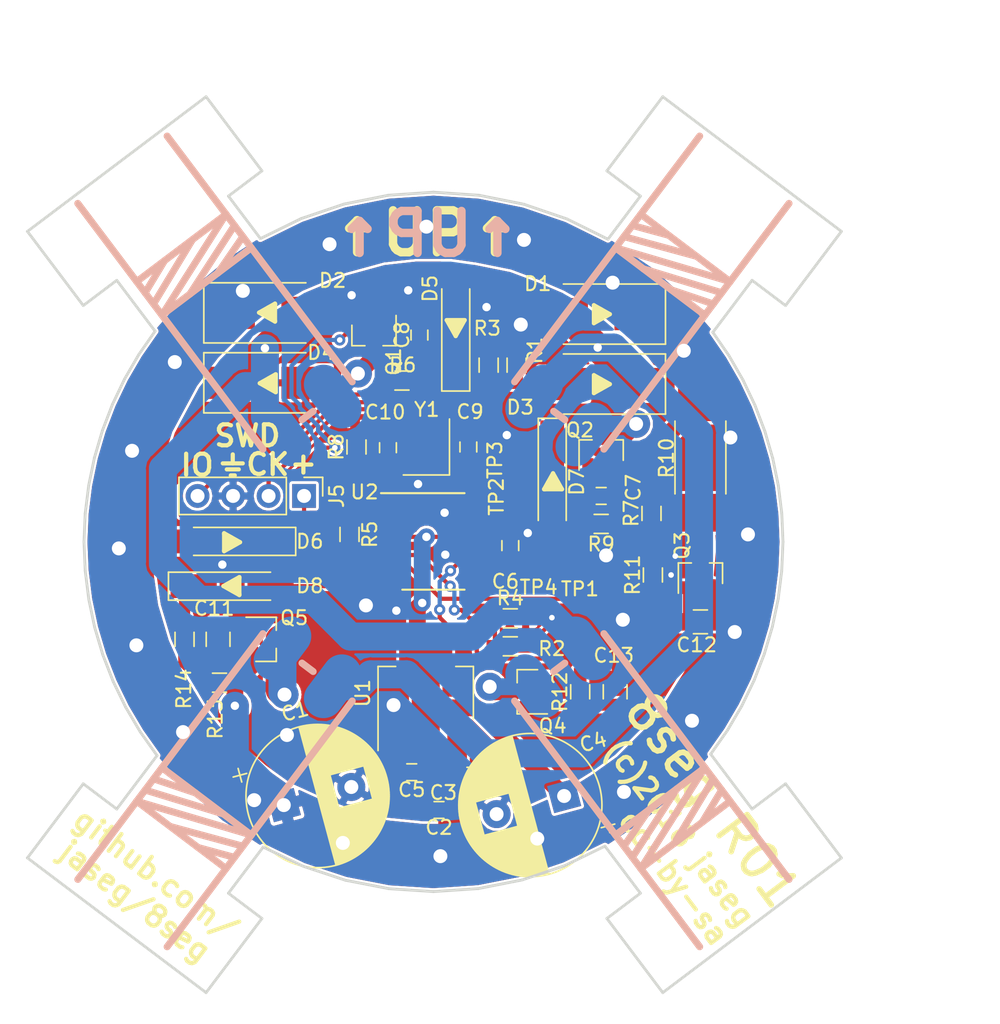
<source format=kicad_pcb>
(kicad_pcb (version 20171130) (host pcbnew "(5.0.1)")
  (layers (0 F.Cu signal) (31 B.Cu signal) (34 B.Paste user hide) (35 F.Paste user hide) (36 B.SilkS user hide) (37 F.SilkS user) (38 B.Mask user hide) (39 F.Mask user) (44 Edge.Cuts user))
  (net 0 "")
  (net 1 +12V)
  (net 2 GND)
  (net 3 +3V3)
  (net 4 "Net-(C7-Pad2)")
  (net 5 "Net-(C8-Pad1)")
  (net 6 "Net-(C9-Pad1)")
  (net 7 "Net-(C10-Pad1)")
  (net 8 "Net-(C11-Pad2)")
  (net 9 "Net-(C12-Pad1)")
  (net 10 "Net-(C13-Pad1)")
  (net 11 "Net-(D1-Pad2)")
  (net 12 "Net-(D2-Pad2)")
  (net 13 /Vmeas_A)
  (net 14 /Vmeas_B)
  (net 15 "Net-(D7-Pad1)")
  (net 16 /CH2)
  (net 17 /CH3)
  (net 18 "Net-(D8-Pad1)")
  (net 19 /Q2)
  (net 20 /Q0)
  (net 21 /Q3)
  (net 22 /Q1)
  (net 23 /SWCLK)
  (net 24 /SWDIO)
  (net 25 "Net-(R5-Pad1)")
  (net 26 /CH0)
  (net 27 "Net-(R8-Pad1)")
  (net 28 /LOAD)
  (net 29 /CH1)
  (net 30 "Net-(TP1-Pad1)")
  (net 31 "Net-(TP2-Pad1)")
  (net 32 "Net-(TP3-Pad1)")
  (net 33 "Net-(TP4-Pad1)")
  (net 34 "Net-(Q3-Pad3)")
  (module TO_SOT_Packages_SMD:SOT-23 (layer F.Cu) (at 119.1 102.3 90)
    (fp_text reference Q3 (at 2 -1.31 90) (layer F.SilkS))
    (fp_text value AO3400)
    (pad 1 smd rect (at -1 -0.95 90) (size 0.9 0.8) (layers F.Cu F.Paste F.Mask) (net 9 "Net-(C12-Pad1)"))
    (pad 2 smd rect (at -1 0.95 90) (size 0.9 0.8) (layers F.Cu F.Paste F.Mask) (net 2 GND))
    (pad 3 smd rect (at 1 0 90) (size 0.9 0.8) (layers F.Cu F.Paste F.Mask) (net 34 "Net-(Q3-Pad3)"))
  )
  (module Capacitors_SMD:C_0603_HandSoldering (layer F.Cu) (at 100.4 119.2 180)
    (fp_text reference C2 (at 0 -1.25 180) (layer F.SilkS))
    (fp_text value 10u)
    (pad 1 smd rect (at -0.95 0 180) (size 1.2 0.75) (layers F.Cu F.Paste F.Mask) (net 1 +12V))
    (pad 2 smd rect (at 0.95 0 180) (size 1.2 0.75) (layers F.Cu F.Paste F.Mask) (net 2 GND))
  )
  (module Capacitors_SMD:C_0603_HandSoldering (layer F.Cu) (at 102.75 116.75)
    (fp_text reference C3 (at -2.04 1.21) (layer F.SilkS))
    (fp_text value 100n)
    (pad 1 smd rect (at -0.95 0) (size 1.2 0.75) (layers F.Cu F.Paste F.Mask) (net 1 +12V))
    (pad 2 smd rect (at 0.95 0) (size 1.2 0.75) (layers F.Cu F.Paste F.Mask) (net 2 GND))
  )
  (module Capacitors_SMD:C_0603_HandSoldering (layer F.Cu) (at 98.45 116.5 180)
    (fp_text reference C5 (at 0 -1.25 180) (layer F.SilkS))
    (fp_text value 10u)
    (pad 2 smd rect (at 0.95 0 180) (size 1.2 0.75) (layers F.Cu F.Paste F.Mask) (net 2 GND))
    (pad 1 smd rect (at -0.95 0 180) (size 1.2 0.75) (layers F.Cu F.Paste F.Mask) (net 3 +3V3))
  )
  (module Capacitors_SMD:C_0603_HandSoldering (layer F.Cu) (at 105.5 100.3 270)
    (fp_text reference C6 (at 2.56 0.35) (layer F.SilkS))
    (fp_text value 100n)
    (pad 2 smd rect (at 0.95 0 270) (size 1.2 0.75) (layers F.Cu F.Paste F.Mask) (net 2 GND))
    (pad 1 smd rect (at -0.95 0 270) (size 1.2 0.75) (layers F.Cu F.Paste F.Mask) (net 3 +3V3))
  )
  (module Capacitors_SMD:C_0603_HandSoldering (layer F.Cu) (at 112 96.75 180)
    (fp_text reference C7 (at -2.3 0.6 270) (layer F.SilkS))
    (fp_text value 0)
    (pad 2 smd rect (at 0.95 0 180) (size 1.2 0.75) (layers F.Cu F.Paste F.Mask) (net 4 "Net-(C7-Pad2)"))
    (pad 1 smd rect (at -0.95 0 180) (size 1.2 0.75) (layers F.Cu F.Paste F.Mask) (net 1 +12V))
  )
  (module Capacitors_SMD:C_0603_HandSoldering (layer F.Cu) (at 99 85.25 90)
    (fp_text reference C8 (at 0 -1.25 90) (layer F.SilkS))
    (fp_text value 0)
    (pad 1 smd rect (at -0.95 0 90) (size 1.2 0.75) (layers F.Cu F.Paste F.Mask) (net 5 "Net-(C8-Pad1)"))
    (pad 2 smd rect (at 0.95 0 90) (size 1.2 0.75) (layers F.Cu F.Paste F.Mask) (net 2 GND))
  )
  (module Capacitors_SMD:C_0603_HandSoldering (layer F.Cu) (at 102.5 93.25 90)
    (fp_text reference C9 (at 2.52 0.12 180) (layer F.SilkS))
    (fp_text value 12p)
    (pad 2 smd rect (at 0.95 0 90) (size 1.2 0.75) (layers F.Cu F.Paste F.Mask) (net 2 GND))
    (pad 1 smd rect (at -0.95 0 90) (size 1.2 0.75) (layers F.Cu F.Paste F.Mask) (net 6 "Net-(C9-Pad1)"))
  )
  (module Capacitors_SMD:C_0603_HandSoldering (layer F.Cu) (at 96.75 93.3 90)
    (fp_text reference C10 (at 2.54 -0.2) (layer F.SilkS))
    (fp_text value 12p)
    (pad 1 smd rect (at -0.95 0 90) (size 1.2 0.75) (layers F.Cu F.Paste F.Mask) (net 7 "Net-(C10-Pad1)"))
    (pad 2 smd rect (at 0.95 0 90) (size 1.2 0.75) (layers F.Cu F.Paste F.Mask) (net 2 GND))
  )
  (module Capacitors_SMD:C_0805 (layer F.Cu) (at 84.6 107 90)
    (fp_text reference C11 (at 2.21 -0.28 180) (layer F.SilkS))
    (fp_text value 0)
    (pad 1 smd rect (at -1 0 90) (size 1 1.25) (layers F.Cu F.Paste F.Mask) (net 1 +12V))
    (pad 2 smd rect (at 1 0 90) (size 1 1.25) (layers F.Cu F.Paste F.Mask) (net 8 "Net-(C11-Pad2)"))
  )
  (module Capacitors_SMD:C_0805 (layer F.Cu) (at 119.1 105.75)
    (fp_text reference C12 (at -0.27 1.65) (layer F.SilkS))
    (fp_text value 0)
    (pad 1 smd rect (at -1 0) (size 1 1.25) (layers F.Cu F.Paste F.Mask) (net 9 "Net-(C12-Pad1)"))
    (pad 2 smd rect (at 1 0) (size 1 1.25) (layers F.Cu F.Paste F.Mask) (net 2 GND))
  )
  (module Capacitors_SMD:C_0805 (layer F.Cu) (at 113 110.75 90)
    (fp_text reference C13 (at 2.6 -0.1 180) (layer F.SilkS))
    (fp_text value 0)
    (pad 2 smd rect (at 1 0 90) (size 1 1.25) (layers F.Cu F.Paste F.Mask) (net 2 GND))
    (pad 1 smd rect (at -1 0 90) (size 1 1.25) (layers F.Cu F.Paste F.Mask) (net 10 "Net-(C13-Pad1)"))
  )
  (module Diodes_SMD:D_SMB_Handsoldering (layer F.Cu) (at 112 83.75 180)
    (fp_text reference D1 (at 4.54 2.17 180) (layer F.SilkS))
    (fp_text value SS510)
    (pad 1 smd rect (at -2.7 0 180) (size 3.5 2.3) (layers F.Cu F.Paste F.Mask) (net 1 +12V))
    (pad 2 smd rect (at 2.7 0 180) (size 3.5 2.3) (layers F.Cu F.Paste F.Mask) (net 11 "Net-(D1-Pad2)"))
  )
  (module Diodes_SMD:D_SMB_Handsoldering (layer F.Cu) (at 88.178544 83.66248)
    (fp_text reference D2 (at 4.611456 -2.31248) (layer F.SilkS))
    (fp_text value SS510)
    (pad 1 smd rect (at -2.7 0) (size 3.5 2.3) (layers F.Cu F.Paste F.Mask) (net 1 +12V))
    (pad 2 smd rect (at 2.7 0) (size 3.5 2.3) (layers F.Cu F.Paste F.Mask) (net 12 "Net-(D2-Pad2)"))
  )
  (module Diodes_SMD:D_SMB_Handsoldering (layer F.Cu) (at 112 88.75 180)
    (fp_text reference D3 (at 5.79 -1.66 180) (layer F.SilkS))
    (fp_text value SS510)
    (pad 2 smd rect (at 2.7 0 180) (size 3.5 2.3) (layers F.Cu F.Paste F.Mask) (net 2 GND))
    (pad 1 smd rect (at -2.7 0 180) (size 3.5 2.3) (layers F.Cu F.Paste F.Mask) (net 11 "Net-(D1-Pad2)"))
  )
  (module Diodes_SMD:D_SMB_Handsoldering (layer F.Cu) (at 88.178544 88.66248)
    (fp_text reference D4 (at 3.771456 -2.16248) (layer F.SilkS))
    (fp_text value SS510)
    (pad 2 smd rect (at 2.7 0) (size 3.5 2.3) (layers F.Cu F.Paste F.Mask) (net 2 GND))
    (pad 1 smd rect (at -2.7 0) (size 3.5 2.3) (layers F.Cu F.Paste F.Mask) (net 12 "Net-(D2-Pad2)"))
  )
  (module footprints:led_tape_3528_2835 (layer B.Cu) (at 109 91 323)
    (fp_text reference J1 hide)
    (fp_text value "top left" hide)
    (pad 2 smd oval (at 2.25 0 323) (size 2.8 5) (layers B.Cu B.Paste B.Mask) (net 19 /Q2))
    (pad 1 smd oval (at -2.25 0 323) (size 2.8 5) (layers B.Cu B.Paste B.Mask) (net 11 "Net-(D1-Pad2)"))
  )
  (module footprints:led_tape_3528_2835 (layer B.Cu) (at 91 91 37)
    (fp_text reference J2 hide)
    (fp_text value "top right" hide)
    (pad 1 smd oval (at -2.25 0 37) (size 2.8 5) (layers B.Cu B.Paste B.Mask) (net 12 "Net-(D2-Pad2)"))
    (pad 2 smd oval (at 2.25 0 37) (size 2.8 5) (layers B.Cu B.Paste B.Mask) (net 20 /Q0))
  )
  (module footprints:led_tape_3528_2835 (layer B.Cu) (at 91 109 143)
    (fp_text reference J3 hide)
    (fp_text value "bottom right" hide)
    (pad 2 smd oval (at 2.25 0 143) (size 2.8 5) (layers B.Cu B.Paste B.Mask) (net 21 /Q3))
    (pad 1 smd oval (at -2.25 0 143) (size 2.8 5) (layers B.Cu B.Paste B.Mask) (net 11 "Net-(D1-Pad2)"))
  )
  (module footprints:led_tape_3528_2835 (layer B.Cu) (at 109 109 217)
    (fp_text reference J4 hide)
    (fp_text value "bottom left" hide)
    (pad 2 smd oval (at 2.25 0 217) (size 2.8 5) (layers B.Cu B.Paste B.Mask) (net 22 /Q1))
    (pad 1 smd oval (at -2.25 0 217) (size 2.8 5) (layers B.Cu B.Paste B.Mask) (net 12 "Net-(D2-Pad2)"))
  )
  (module Pin_Headers:Pin_Header_Straight_1x04_Pitch2.54mm (layer F.Cu) (at 90.75 96.75 270)
    (fp_text reference J5 (at 0 -2.33 270) (layer F.SilkS))
    (fp_text value SWD)
    (pad 1 thru_hole rect (at 0 0 270) (size 1.7 1.7) (drill 1) (layers *.Cu *.Mask) (net 3 +3V3))
    (pad 2 thru_hole oval (at 0 2.54 270) (size 1.7 1.7) (drill 1) (layers *.Cu *.Mask) (net 23 /SWCLK))
    (pad 3 thru_hole oval (at 0 5.079999 270) (size 1.7 1.7) (drill 1) (layers *.Cu *.Mask) (net 2 GND))
    (pad 4 thru_hole oval (at 0 7.62 270) (size 1.7 1.7) (drill 1) (layers *.Cu *.Mask) (net 24 /SWDIO))
  )
  (module Resistors_SMD:R_0603_HandSoldering (layer F.Cu) (at 105.95 87.4 270)
    (fp_text reference R1 (at -1.04 -1.32 270) (layer F.SilkS))
    (fp_text value 10k)
    (pad 2 smd rect (at 1.1 0 270) (size 1.2 0.9) (layers F.Cu F.Paste F.Mask) (net 13 /Vmeas_A))
    (pad 1 smd rect (at -1.1 0 270) (size 1.2 0.9) (layers F.Cu F.Paste F.Mask) (net 11 "Net-(D1-Pad2)"))
  )
  (module Resistors_SMD:R_0603_HandSoldering (layer F.Cu) (at 105.5 107.5 180)
    (fp_text reference R2 (at -2.97 -0.17 180) (layer F.SilkS))
    (fp_text value 10k)
    (pad 1 smd rect (at -1.1 0 180) (size 1.2 0.9) (layers F.Cu F.Paste F.Mask) (net 12 "Net-(D2-Pad2)"))
    (pad 2 smd rect (at 1.1 0 180) (size 1.2 0.9) (layers F.Cu F.Paste F.Mask) (net 14 /Vmeas_B))
  )
  (module Resistors_SMD:R_0603_HandSoldering (layer F.Cu) (at 103.95 87.4 90)
    (fp_text reference R3 (at 2.63 -0.1 180) (layer F.SilkS))
    (fp_text value 3k3)
    (pad 1 smd rect (at -1.1 0 90) (size 1.2 0.9) (layers F.Cu F.Paste F.Mask) (net 13 /Vmeas_A))
    (pad 2 smd rect (at 1.1 0 90) (size 1.2 0.9) (layers F.Cu F.Paste F.Mask) (net 2 GND))
  )
  (module Resistors_SMD:R_0603_HandSoldering (layer F.Cu) (at 105.5 105.5)
    (fp_text reference R4 (at 0 -1.45) (layer F.SilkS))
    (fp_text value 3k3)
    (pad 2 smd rect (at 1.1 0) (size 1.2 0.9) (layers F.Cu F.Paste F.Mask) (net 2 GND))
    (pad 1 smd rect (at -1.1 0) (size 1.2 0.9) (layers F.Cu F.Paste F.Mask) (net 14 /Vmeas_B))
  )
  (module Resistors_SMD:R_0603_HandSoldering (layer F.Cu) (at 94 99.5 270)
    (fp_text reference R5 (at 0 -1.45 270) (layer F.SilkS))
    (fp_text value 0)
    (pad 1 smd rect (at -1.1 0 270) (size 1.2 0.9) (layers F.Cu F.Paste F.Mask) (net 25 "Net-(R5-Pad1)"))
    (pad 2 smd rect (at 1.1 0 270) (size 1.2 0.9) (layers F.Cu F.Paste F.Mask) (net 3 +3V3))
  )
  (module Resistors_SMD:R_0603_HandSoldering (layer F.Cu) (at 97.75 88.5)
    (fp_text reference R6 (at 0.05 -1.11) (layer F.SilkS))
    (fp_text value 0)
    (pad 1 smd rect (at -1.1 0) (size 1.2 0.9) (layers F.Cu F.Paste F.Mask) (net 5 "Net-(C8-Pad1)"))
    (pad 2 smd rect (at 1.1 0) (size 1.2 0.9) (layers F.Cu F.Paste F.Mask) (net 26 /CH0))
  )
  (module Resistors_SMD:R_0603_HandSoldering (layer F.Cu) (at 115.6 98 90)
    (fp_text reference R7 (at 0 -1.45 90) (layer F.SilkS))
    (fp_text value 10k)
    (pad 2 smd rect (at 1.1 0 90) (size 1.2 0.9) (layers F.Cu F.Paste F.Mask) (net 1 +12V))
    (pad 1 smd rect (at -1.1 0 90) (size 1.2 0.9) (layers F.Cu F.Paste F.Mask) (net 4 "Net-(C7-Pad2)"))
  )
  (module Resistors_SMD:R_0603_HandSoldering (layer F.Cu) (at 94.5 93.25 90)
    (fp_text reference R8 (at 0 -1.45 90) (layer F.SilkS))
    (fp_text value 0)
    (pad 2 smd rect (at 1.1 0 90) (size 1.2 0.9) (layers F.Cu F.Paste F.Mask) (net 2 GND))
    (pad 1 smd rect (at -1.1 0 90) (size 1.2 0.9) (layers F.Cu F.Paste F.Mask) (net 27 "Net-(R8-Pad1)"))
  )
  (module Resistors_SMD:R_0603_HandSoldering (layer F.Cu) (at 112 98.75 180)
    (fp_text reference R9 (at 0 -1.45 180) (layer F.SilkS))
    (fp_text value 0)
    (pad 1 smd rect (at -1.1 0 180) (size 1.2 0.9) (layers F.Cu F.Paste F.Mask) (net 4 "Net-(C7-Pad2)"))
    (pad 2 smd rect (at 1.1 0 180) (size 1.2 0.9) (layers F.Cu F.Paste F.Mask) (net 15 "Net-(D7-Pad1)"))
  )
  (module Resistors_SMD:R_0603_HandSoldering (layer F.Cu) (at 115.7 102.4 90)
    (fp_text reference R11 (at 0 -1.45 90) (layer F.SilkS))
    (fp_text value 0)
    (pad 2 smd rect (at 1.1 0 90) (size 1.2 0.9) (layers F.Cu F.Paste F.Mask) (net 28 /LOAD))
    (pad 1 smd rect (at -1.1 0 90) (size 1.2 0.9) (layers F.Cu F.Paste F.Mask) (net 9 "Net-(C12-Pad1)"))
  )
  (module Resistors_SMD:R_0603_HandSoldering (layer F.Cu) (at 110.5 110.75 90)
    (fp_text reference R12 (at 0 -1.45 90) (layer F.SilkS))
    (fp_text value 0)
    (pad 2 smd rect (at 1.1 0 90) (size 1.2 0.9) (layers F.Cu F.Paste F.Mask) (net 29 /CH1))
    (pad 1 smd rect (at -1.1 0 90) (size 1.2 0.9) (layers F.Cu F.Paste F.Mask) (net 10 "Net-(C13-Pad1)"))
  )
  (module Resistors_SMD:R_0603_HandSoldering (layer F.Cu) (at 84.7 110.1)
    (fp_text reference R13 (at -0.3 2.6 90) (layer F.SilkS))
    (fp_text value 10k)
    (pad 1 smd rect (at -1.1 0) (size 1.2 0.9) (layers F.Cu F.Paste F.Mask) (net 8 "Net-(C11-Pad2)"))
    (pad 2 smd rect (at 1.1 0) (size 1.2 0.9) (layers F.Cu F.Paste F.Mask) (net 1 +12V))
  )
  (module Resistors_SMD:R_0603_HandSoldering (layer F.Cu) (at 82.2 107 90)
    (fp_text reference R14 (at -3.55 -0.05 270) (layer F.SilkS))
    (fp_text value 0)
    (pad 2 smd rect (at 1.1 0 90) (size 1.2 0.9) (layers F.Cu F.Paste F.Mask) (net 18 "Net-(D8-Pad1)"))
    (pad 1 smd rect (at -1.1 0 90) (size 1.2 0.9) (layers F.Cu F.Paste F.Mask) (net 8 "Net-(C11-Pad2)"))
  )
  (module Measurement_Points:Measurement_Point_Square-SMD-Pad_Small (layer F.Cu) (at 110.1 101.6)
    (fp_text reference TP1 (at 0.38 1.8) (layer F.SilkS))
    (fp_text value TestPoint)
    (pad 1 smd rect (at 0 0) (size 1.5 1.5) (layers F.Cu F.Mask) (net 30 "Net-(TP1-Pad1)"))
  )
  (module Measurement_Points:Measurement_Point_Square-SMD-Pad_Small (layer F.Cu) (at 105.9 96.7)
    (fp_text reference TP2 (at -1.39 0.1 90) (layer F.SilkS))
    (fp_text value TestPoint)
    (pad 1 smd rect (at 0 0) (size 1.5 1.5) (layers F.Cu F.Mask) (net 31 "Net-(TP2-Pad1)"))
  )
  (module Measurement_Points:Measurement_Point_Square-SMD-Pad_Small (layer F.Cu) (at 105.9 94.2)
    (fp_text reference TP3 (at -1.5 -0.02 90) (layer F.SilkS))
    (fp_text value TestPoint)
    (pad 1 smd rect (at 0 0) (size 1.5 1.5) (layers F.Cu F.Mask) (net 32 "Net-(TP3-Pad1)"))
  )
  (module Measurement_Points:Measurement_Point_Square-SMD-Pad_Small (layer F.Cu) (at 107.4 101.6)
    (fp_text reference TP4 (at 0.13 1.68) (layer F.SilkS))
    (fp_text value TestPoint)
    (pad 1 smd rect (at 0 0) (size 1.5 1.5) (layers F.Cu F.Mask) (net 33 "Net-(TP4-Pad1)"))
  )
  (module Crystals:Crystal_SMD_3225-4pin_3.2x2.5mm (layer F.Cu) (at 99.5 93.25 90)
    (fp_text reference Y1 (at 2.68 0.03 180) (layer F.SilkS))
    (fp_text value 8MHz)
    (pad 1 smd rect (at -1.1 0.85 90) (size 1.4 1.2) (layers F.Cu F.Paste F.Mask) (net 6 "Net-(C9-Pad1)"))
    (pad 2 smd rect (at 1.1 0.85 90) (size 1.4 1.2) (layers F.Cu F.Paste F.Mask) (net 2 GND))
    (pad 3 smd rect (at 1.1 -0.85 90) (size 1.4 1.2) (layers F.Cu F.Paste F.Mask) (net 7 "Net-(C10-Pad1)"))
    (pad 4 smd rect (at -1.1 -0.85 90) (size 1.4 1.2) (layers F.Cu F.Paste F.Mask) (net 2 GND))
  )
  (module TO_SOT_Packages_SMD:SOT-23 (layer F.Cu) (at 95.75 85.25 270)
    (fp_text reference Q1 (at 1.9 -1.41 270) (layer F.SilkS))
    (fp_text value AO3400)
    (pad 1 smd rect (at -1 -0.95 270) (size 0.9 0.8) (layers F.Cu F.Paste F.Mask) (net 5 "Net-(C8-Pad1)"))
    (pad 2 smd rect (at -1 0.95 270) (size 0.9 0.8) (layers F.Cu F.Paste F.Mask) (net 2 GND))
    (pad 3 smd rect (at 1 0 270) (size 0.9 0.8) (layers F.Cu F.Paste F.Mask) (net 20 /Q0))
  )
  (module TO_SOT_Packages_SMD:SOT-23 (layer F.Cu) (at 112 93.5 90)
    (fp_text reference Q2 (at 1.46 -1.52 180) (layer F.SilkS))
    (fp_text value AO3401)
    (pad 3 smd rect (at 1 0 90) (size 0.9 0.8) (layers F.Cu F.Paste F.Mask) (net 19 /Q2))
    (pad 2 smd rect (at -1 0.95 90) (size 0.9 0.8) (layers F.Cu F.Paste F.Mask) (net 1 +12V))
    (pad 1 smd rect (at -1 -0.95 90) (size 0.9 0.8) (layers F.Cu F.Paste F.Mask) (net 4 "Net-(C7-Pad2)"))
  )
  (module TO_SOT_Packages_SMD:SOT-23 (layer F.Cu) (at 106.75 110.75 180)
    (fp_text reference Q4 (at -1.78 -2.44 180) (layer F.SilkS))
    (fp_text value AO3400)
    (pad 3 smd rect (at 1 0 180) (size 0.9 0.8) (layers F.Cu F.Paste F.Mask) (net 22 /Q1))
    (pad 2 smd rect (at -1 0.95 180) (size 0.9 0.8) (layers F.Cu F.Paste F.Mask) (net 2 GND))
    (pad 1 smd rect (at -1 -0.95 180) (size 0.9 0.8) (layers F.Cu F.Paste F.Mask) (net 10 "Net-(C13-Pad1)"))
  )
  (module TO_SOT_Packages_SMD:SOT-23 (layer F.Cu) (at 88 107)
    (fp_text reference Q5 (at 2.04 -1.54) (layer F.SilkS))
    (fp_text value AO3401)
    (pad 1 smd rect (at -1 -0.95) (size 0.9 0.8) (layers F.Cu F.Paste F.Mask) (net 8 "Net-(C11-Pad2)"))
    (pad 2 smd rect (at -1 0.95) (size 0.9 0.8) (layers F.Cu F.Paste F.Mask) (net 1 +12V))
    (pad 3 smd rect (at 1 0) (size 0.9 0.8) (layers F.Cu F.Paste F.Mask) (net 21 /Q3))
  )
  (module TO_SOT_Packages_SMD:SOT-223-3Lead_TabPin2 (layer F.Cu) (at 99.45 110.85 90)
    (fp_text reference U1 (at 0 -4.5 90) (layer F.SilkS))
    (fp_text value AP1117-33)
    (pad 2 smd rect (at 3.15 0 90) (size 2 3.8) (layers F.Cu F.Paste F.Mask) (net 3 +3V3))
    (pad 2 smd rect (at -3.15 0 90) (size 2 1.5) (layers F.Cu F.Paste F.Mask) (net 3 +3V3))
    (pad 3 smd rect (at -3.15 2.3 90) (size 2 1.5) (layers F.Cu F.Paste F.Mask) (net 1 +12V))
    (pad 1 smd rect (at -3.15 -2.3 90) (size 2 1.5) (layers F.Cu F.Paste F.Mask) (net 2 GND))
  )
  (module Housings_SSOP:TSSOP-20_4.4x6.5mm_Pitch0.65mm (layer F.Cu) (at 100 100)
    (fp_text reference U2 (at -4.93 -3.53 180) (layer F.SilkS))
    (fp_text value STM32F030F4P6)
    (pad 1 smd rect (at -2.95 -2.925) (size 1.45 0.45) (layers F.Cu F.Paste F.Mask) (net 27 "Net-(R8-Pad1)"))
    (pad 2 smd rect (at -2.95 -2.275) (size 1.45 0.45) (layers F.Cu F.Paste F.Mask) (net 7 "Net-(C10-Pad1)"))
    (pad 3 smd rect (at -2.95 -1.625) (size 1.45 0.45) (layers F.Cu F.Paste F.Mask) (net 6 "Net-(C9-Pad1)"))
    (pad 4 smd rect (at -2.95 -0.975) (size 1.45 0.45) (layers F.Cu F.Paste F.Mask) (net 25 "Net-(R5-Pad1)"))
    (pad 5 smd rect (at -2.95 -0.325) (size 1.45 0.45) (layers F.Cu F.Paste F.Mask) (net 3 +3V3))
    (pad 6 smd rect (at -2.95 0.325) (size 1.45 0.45) (layers F.Cu F.Paste F.Mask) (net 13 /Vmeas_A))
    (pad 7 smd rect (at -2.95 0.975) (size 1.45 0.45) (layers F.Cu F.Paste F.Mask) (net 14 /Vmeas_B))
    (pad 8 smd rect (at -2.95 1.625) (size 1.45 0.45) (layers F.Cu F.Paste F.Mask) (net 28 /LOAD))
    (pad 9 smd rect (at -2.95 2.275) (size 1.45 0.45) (layers F.Cu F.Paste F.Mask) (net 26 /CH0))
    (pad 10 smd rect (at -2.95 2.925) (size 1.45 0.45) (layers F.Cu F.Paste F.Mask) (net 17 /CH3))
    (pad 11 smd rect (at 2.95 2.925) (size 1.45 0.45) (layers F.Cu F.Paste F.Mask) (net 30 "Net-(TP1-Pad1)"))
    (pad 12 smd rect (at 2.95 2.275) (size 1.45 0.45) (layers F.Cu F.Paste F.Mask) (net 16 /CH2))
    (pad 13 smd rect (at 2.95 1.625) (size 1.45 0.45) (layers F.Cu F.Paste F.Mask) (net 29 /CH1))
    (pad 14 smd rect (at 2.95 0.975) (size 1.45 0.45) (layers F.Cu F.Paste F.Mask) (net 33 "Net-(TP4-Pad1)"))
    (pad 15 smd rect (at 2.95 0.325) (size 1.45 0.45) (layers F.Cu F.Paste F.Mask) (net 2 GND))
    (pad 16 smd rect (at 2.95 -0.325) (size 1.45 0.45) (layers F.Cu F.Paste F.Mask) (net 3 +3V3))
    (pad 17 smd rect (at 2.95 -0.975) (size 1.45 0.45) (layers F.Cu F.Paste F.Mask) (net 31 "Net-(TP2-Pad1)"))
    (pad 18 smd rect (at 2.95 -1.625) (size 1.45 0.45) (layers F.Cu F.Paste F.Mask) (net 32 "Net-(TP3-Pad1)"))
    (pad 19 smd rect (at 2.95 -2.275) (size 1.45 0.45) (layers F.Cu F.Paste F.Mask) (net 24 /SWDIO))
    (pad 20 smd rect (at 2.95 -2.925) (size 1.45 0.45) (layers F.Cu F.Paste F.Mask) (net 23 /SWCLK))
  )
  (module Diodes_SMD:D_MiniMELF_Handsoldering (layer F.Cu) (at 101.6 84.7 90)
    (fp_text reference D5 (at 2.77 -1.84 90) (layer F.SilkS))
    (fp_text value D_Schottky)
    (pad 1 smd rect (at -2.75 0 90) (size 3.3 1.7) (layers F.Cu F.Paste F.Mask) (net 13 /Vmeas_A))
    (pad 2 smd rect (at 2.75 0 90) (size 3.3 1.7) (layers F.Cu F.Paste F.Mask) (net 2 GND))
  )
  (module Diodes_SMD:D_MiniMELF_Handsoldering (layer F.Cu) (at 85.6 100 180)
    (fp_text reference D6 (at -5.56 0 180) (layer F.SilkS))
    (fp_text value D_Schottky)
    (pad 2 smd rect (at 2.75 0 180) (size 3.3 1.7) (layers F.Cu F.Paste F.Mask) (net 2 GND))
    (pad 1 smd rect (at -2.75 0 180) (size 3.3 1.7) (layers F.Cu F.Paste F.Mask) (net 14 /Vmeas_B))
  )
  (module Diodes_SMD:D_MiniMELF_Handsoldering (layer F.Cu) (at 108.5 95.75 270)
    (fp_text reference D7 (at 0 -1.75 270) (layer F.SilkS))
    (fp_text value 8V2)
    (pad 1 smd rect (at -2.75 0 270) (size 3.3 1.7) (layers F.Cu F.Paste F.Mask) (net 15 "Net-(D7-Pad1)"))
    (pad 2 smd rect (at 2.75 0 270) (size 3.3 1.7) (layers F.Cu F.Paste F.Mask) (net 16 /CH2))
  )
  (module Diodes_SMD:D_MiniMELF_Handsoldering (layer F.Cu) (at 85.6 103.2)
    (fp_text reference D8 (at 5.56 -0.02) (layer F.SilkS))
    (fp_text value 8V2)
    (pad 2 smd rect (at 2.75 0) (size 3.3 1.7) (layers F.Cu F.Paste F.Mask) (net 17 /CH3))
    (pad 1 smd rect (at -2.75 0) (size 3.3 1.7) (layers F.Cu F.Paste F.Mask) (net 18 "Net-(D8-Pad1)"))
  )
  (module Resistors_SMD:R_2512_HandSoldering (layer F.Cu) (at 119.1 94 270)
    (fp_text reference R10 (at 0.04 2.43 270) (layer F.SilkS))
    (fp_text value 620)
    (pad 1 smd rect (at -3.95 0 270) (size 2.7 3.2) (layers F.Cu F.Paste F.Mask) (net 1 +12V))
    (pad 2 smd rect (at 3.95 0 270) (size 2.7 3.2) (layers F.Cu F.Paste F.Mask) (net 34 "Net-(Q3-Pad3)"))
  )
  (module Capacitor_THT:CP_Radial_D10.0mm_P5.00mm (layer F.Cu) (at 89.3 118.85 15)
    (fp_text reference C1 (at 2.5 -6.25 15) (layer F.SilkS))
    (fp_text value 1000uF)
    (pad 1 thru_hole rect (at 0 0 15) (size 2 2) (drill 1) (layers *.Cu *.Mask) (net 1 +12V))
    (pad 2 thru_hole circle (at 5 0 15) (size 2 2) (drill 1) (layers *.Cu *.Mask) (net 2 GND))
  )
  (module Capacitor_THT:CP_Radial_D10.0mm_P5.00mm (layer F.Cu) (at 109.35 118.2 195)
    (fp_text reference C4 (at -3.002991 3.170812 195) (layer F.SilkS))
    (fp_text value 470uF)
    (pad 2 thru_hole circle (at 5 0 195) (size 2 2) (drill 1) (layers *.Cu *.Mask) (net 2 GND))
    (pad 1 thru_hole rect (at 0 0 195) (size 2 2) (drill 1) (layers *.Cu *.Mask) (net 3 +3V3))
  )
  (gr_text ▶ (at 101.7 84.75 270) (layer F.SilkS) (effects (font (size 1.5 1.5) (thickness 0.3))))
  (gr_text ▶ (at 85.55 103.3 180) (layer F.SilkS) (effects (font (size 1.5 1.5) (thickness 0.3))))
  (gr_text ▶ (at 85.6 99.95) (layer F.SilkS) (effects (font (size 1.5 1.5) (thickness 0.3))))
  (gr_text ▶ (at 108.45 95.7 90) (layer F.SilkS) (effects (font (size 1.5 1.5) (thickness 0.3))))
  (gr_text ▶ (at 112.05 88.65) (layer F.SilkS) (effects (font (size 1.5 1.5) (thickness 0.3))))
  (gr_text ▶ (at 112.05 83.65) (layer F.SilkS) (effects (font (size 1.5 1.5) (thickness 0.3))))
  (gr_text ▶ (at 88.15 88.8 180) (layer F.SilkS) (effects (font (size 1.5 1.5) (thickness 0.3))))
  (gr_text ▶ (at 88.1 83.75 180) (layer F.SilkS) (effects (font (size 1.5 1.5) (thickness 0.3))))
  (gr_text SWD (at 86.7 92.45) (layer F.SilkS) (effects (font (size 1.5 1.5) (thickness 0.3))))
  (gr_text ⏚ (at 85.65 94.6) (layer F.SilkS) (effects (font (size 1.5 1.5) (thickness 0.3))))
  (gr_text + (at 90.7 94.4) (layer F.SilkS) (effects (font (size 1.5 1.5) (thickness 0.3))))
  (gr_text CK (at 88.15 94.5) (layer F.SilkS) (effects (font (size 1.5 1.5) (thickness 0.3))))
  (gr_text IO (at 83.1 94.55) (layer F.SilkS) (effects (font (size 1.5 1.5) (thickness 0.3))))
  (gr_text "github.com/\njaseg/8seg" (at 79.4 124.75 323) (layer F.SilkS) (effects (font (size 1.5 1.5) (thickness 0.3))))
  (gr_text cc-by-sa (at 117.2 124.05 307) (layer F.SilkS) (effects (font (size 1.5 1.5) (thickness 0.3))))
  (gr_text "(c)2018 jaseg" (at 117.65 120.85 307) (layer F.SilkS) (effects (font (size 1.5 1.5) (thickness 0.3))))
  (gr_text "8seg R01" (at 119.95 118.5 307) (layer F.SilkS) (effects (font (size 2.5 2.5) (thickness 0.4))))
  (gr_text ↑UP↑ (at 99.65 78.02) (layer B.SilkS) (effects (font (size 3 3) (thickness 0.6)) (justify mirror)))
  (gr_text ↑UP↑ (at 99.47 77.97) (layer F.SilkS) (effects (font (size 3 3) (thickness 0.6))))
  (gr_line (start 87.734397 126.954928) (end 85.338677 125.149868) (layer Edge.Cuts) (width 0.2))
  (gr_line (start 106.465884 75.89492) (end 103.270972 75.254001) (layer Edge.Cuts) (width 0.2))
  (gr_line (start 76.352368 108.104843) (end 77.093294 110.011692) (layer Edge.Cuts) (width 0.2))
  (gr_line (start 79.036744 113.623425) (end 80.232527 115.308608) (layer Edge.Cuts) (width 0.2))
  (gr_line (start 87.822757 121.852908) (end 90.697186 123.228025) (layer Edge.Cuts) (width 0.2))
  (gr_line (start 93.710813 124.223111) (end 96.826221 124.828395) (layer Edge.Cuts) (width 0.2))
  (gr_line (start 78.929922 86.638822) (end 77.911504 88.38735) (layer Edge.Cuts) (width 0.2))
  (gr_line (start 77.04041 90.206583) (end 76.319817 92.087114) (layer Edge.Cuts) (width 0.2))
  (gr_line (start 122.141986 88.456383) (end 121.136903 86.715469) (layer Edge.Cuts) (width 0.2))
  (gr_line (start 122.79221 119.131118) (end 119.83528 115.207318) (layer Edge.Cuts) (width 0.2))
  (gr_line (start 119.83528 115.207318) (end 121.01661 113.530637) (layer Edge.Cuts) (width 0.2))
  (gr_line (start 75.092805 98.002431) (end 75.005977 100.034088) (layer Edge.Cuts) (width 0.2))
  (gr_line (start 100.005997 75.034062) (end 96.768574 75.252799) (layer Edge.Cuts) (width 0.2))
  (gr_line (start 116.40448 68.209156) (end 112.4099 73.510124) (layer Edge.Cuts) (width 0.2))
  (gr_line (start 125.18793 117.326058) (end 122.79221 119.131118) (layer Edge.Cuts) (width 0.2))
  (gr_line (start 76.319817 92.087114) (end 75.752901 94.019537) (layer Edge.Cuts) (width 0.2))
  (gr_line (start 123.669763 108.046376) (end 124.246251 106.099016) (layer Edge.Cuts) (width 0.2))
  (gr_line (start 77.352087 119.131118) (end 74.956367 117.326058) (layer Edge.Cuts) (width 0.2))
  (gr_line (start 77.911504 88.38735) (end 77.04041 90.206583) (layer Edge.Cuts) (width 0.2))
  (gr_line (start 122.937137 109.940526) (end 123.669763 108.046376) (layer Edge.Cuts) (width 0.2))
  (gr_line (start 116.40448 132.255888) (end 129.18252 122.626508) (layer Edge.Cuts) (width 0.2))
  (gr_line (start 112.4099 73.510124) (end 114.80562 75.315182) (layer Edge.Cuts) (width 0.2))
  (gr_line (start 74.956367 83.138996) (end 77.352087 81.333936) (layer Edge.Cuts) (width 0.2))
  (gr_line (start 93.599788 75.88552) (end 90.539076 76.921661) (layer Edge.Cuts) (width 0.2))
  (gr_line (start 121.01661 113.530637) (end 122.051658 111.771826) (layer Edge.Cuts) (width 0.2))
  (gr_line (start 125.00603 100.034088) (end 124.921104 98.015835) (layer Edge.Cuts) (width 0.2))
  (gr_line (start 129.18252 122.626508) (end 125.18793 117.326058) (layer Edge.Cuts) (width 0.2))
  (gr_line (start 100.005997 125.034108) (end 103.21 124.82) (layer Edge.Cuts) (width 0.2))
  (gr_line (start 75.752901 94.019537) (end 75.342838 95.994445) (layer Edge.Cuts) (width 0.2))
  (gr_line (start 80.092487 84.970406) (end 78.929922 86.638822) (layer Edge.Cuts) (width 0.2))
  (gr_line (start 122.79221 81.333936) (end 125.18793 83.138996) (layer Edge.Cuts) (width 0.2))
  (gr_line (start 124.246251 106.099016) (end 124.663315 104.108088) (layer Edge.Cuts) (width 0.2))
  (gr_line (start 125.18793 83.138996) (end 129.18252 77.838546) (layer Edge.Cuts) (width 0.2))
  (gr_line (start 114.80562 75.315182) (end 112.48379 78.396126) (layer Edge.Cuts) (width 0.2))
  (gr_line (start 112.4099 126.954928) (end 116.40448 132.255888) (layer Edge.Cuts) (width 0.2))
  (gr_line (start 123.712166 92.136879) (end 123.001438 90.266596) (layer Edge.Cuts) (width 0.2))
  (gr_line (start 77.989209 111.854503) (end 79.036744 113.623425) (layer Edge.Cuts) (width 0.2))
  (gr_line (start 124.663315 104.108088) (end 124.91767 102.083232) (layer Edge.Cuts) (width 0.2))
  (gr_line (start 106.347479 124.200305) (end 109.380181 123.185159) (layer Edge.Cuts) (width 0.2))
  (gr_line (start 122.051658 111.771826) (end 122.937137 109.940526) (layer Edge.Cuts) (width 0.2))
  (gr_line (start 103.270972 75.254001) (end 100.005997 75.034062) (layer Edge.Cuts) (width 0.2))
  (gr_line (start 121.136903 86.715469) (end 119.98928 85.053086) (layer Edge.Cuts) (width 0.2))
  (gr_line (start 90.539076 76.921661) (end 87.625877 78.350656) (layer Edge.Cuts) (width 0.2))
  (gr_line (start 75.342838 95.994445) (end 75.092805 98.002431) (layer Edge.Cuts) (width 0.2))
  (gr_line (start 109.550301 76.945927) (end 106.465884 75.89492) (layer Edge.Cuts) (width 0.2))
  (gr_line (start 124.91767 102.083232) (end 125.00603 100.034088) (layer Edge.Cuts) (width 0.2))
  (gr_line (start 129.18252 77.838546) (end 116.40448 68.209156) (layer Edge.Cuts) (width 0.2))
  (gr_line (start 96.826221 124.828395) (end 100.005997 125.034108) (layer Edge.Cuts) (width 0.2))
  (gr_line (start 75.005977 100.034088) (end 75.093236 102.098579) (layer Edge.Cuts) (width 0.2))
  (gr_line (start 80.232527 115.308608) (end 77.352087 119.131118) (layer Edge.Cuts) (width 0.2))
  (gr_line (start 109.380181 123.185159) (end 112.26985 121.784698) (layer Edge.Cuts) (width 0.2))
  (gr_line (start 124.921104 98.015835) (end 124.67509 96.020729) (layer Edge.Cuts) (width 0.2))
  (gr_line (start 70.961777 122.626508) (end 83.739807 132.255888) (layer Edge.Cuts) (width 0.2))
  (gr_line (start 70.961777 77.838546) (end 74.956367 83.138996) (layer Edge.Cuts) (width 0.2))
  (gr_line (start 124.271081 94.058) (end 123.712166 92.136879) (layer Edge.Cuts) (width 0.2))
  (gr_line (start 96.768574 75.252799) (end 93.599788 75.88552) (layer Edge.Cuts) (width 0.2))
  (gr_line (start 77.352087 81.333936) (end 80.092487 84.970406) (layer Edge.Cuts) (width 0.2))
  (gr_line (start 124.67509 96.020729) (end 124.271081 94.058) (layer Edge.Cuts) (width 0.2))
  (gr_line (start 75.769803 106.143808) (end 76.352368 108.104843) (layer Edge.Cuts) (width 0.2))
  (gr_line (start 112.48379 78.396126) (end 109.550301 76.945927) (layer Edge.Cuts) (width 0.2))
  (gr_line (start 74.956367 117.326058) (end 70.961777 122.626508) (layer Edge.Cuts) (width 0.2))
  (gr_line (start 87.625877 78.350656) (end 85.338677 75.315182) (layer Edge.Cuts) (width 0.2))
  (gr_line (start 83.739807 132.255888) (end 87.734397 126.954928) (layer Edge.Cuts) (width 0.2))
  (gr_line (start 112.26985 121.784698) (end 114.80562 125.149868) (layer Edge.Cuts) (width 0.2))
  (gr_line (start 75.348968 104.138436) (end 75.769803 106.143808) (layer Edge.Cuts) (width 0.2))
  (gr_line (start 85.338677 125.149868) (end 87.822757 121.852908) (layer Edge.Cuts) (width 0.2))
  (gr_line (start 90.697186 123.228025) (end 93.710813 124.223111) (layer Edge.Cuts) (width 0.2))
  (gr_line (start 119.98928 85.053086) (end 122.79221 81.333936) (layer Edge.Cuts) (width 0.2))
  (gr_line (start 77.093294 110.011692) (end 77.989209 111.854503) (layer Edge.Cuts) (width 0.2))
  (gr_line (start 83.739807 68.209156) (end 70.961777 77.838546) (layer Edge.Cuts) (width 0.2))
  (gr_line (start 75.093236 102.098579) (end 75.348968 104.138436) (layer Edge.Cuts) (width 0.2))
  (gr_line (start 123.001438 90.266596) (end 122.141986 88.456383) (layer Edge.Cuts) (width 0.2))
  (gr_line (start 85.338677 75.315182) (end 87.734397 73.510124) (layer Edge.Cuts) (width 0.2))
  (gr_line (start 87.734397 73.510124) (end 83.739807 68.209156) (layer Edge.Cuts) (width 0.2))
  (gr_line (start 114.80562 125.149868) (end 112.4099 126.954928) (layer Edge.Cuts) (width 0.2))
  (gr_line (start 103.21 124.82) (end 106.347479 124.200305) (layer Edge.Cuts) (width 0.2))
  (segment (start 87 108.9) (end 85.8 110.1) (width 1.2) (layer F.Cu) (net 1))
  (segment (start 87 107.95) (end 87 108.9) (width 1.2) (layer F.Cu) (net 1))
  (segment (start 84.6 108.9) (end 85.8 110.1) (width 1.2) (layer F.Cu) (net 1))
  (segment (start 84.6 108) (end 84.6 108.9) (width 1.2) (layer F.Cu) (net 1))
  (segment (start 85.8 110.1) (end 85.8 111.75) (width 1.2) (layer F.Cu) (net 1))
  (segment (start 113.1 96.9) (end 112.95 96.75) (width 1.2) (layer F.Cu) (net 1))
  (segment (start 115.6 96.9) (end 113.1 96.9) (width 1.2) (layer F.Cu) (net 1))
  (segment (start 114.65 94.5) (end 119.1 90.05) (width 1.2) (layer F.Cu) (net 1))
  (segment (start 112.95 94.5) (end 114.65 94.5) (width 1.2) (layer F.Cu) (net 1))
  (segment (start 112.95 96.75) (end 112.95 94.5) (width 1.2) (layer F.Cu) (net 1))
  (segment (start 101.8 116.75) (end 101.8 114.05) (width 1.2) (layer F.Cu) (net 1))
  (segment (start 101.8 114.05) (end 101.75 114) (width 1.2) (layer F.Cu) (net 1))
  (segment (start 101.8 118.75) (end 101.35 119.2) (width 1.2) (layer F.Cu) (net 1))
  (segment (start 101.8 116.75) (end 101.8 118.75) (width 1.2) (layer F.Cu) (net 1))
  (segment (start 101.35 119.2) (end 101.35 120.6) (width 2) (layer F.Cu) (net 1))
  (via (at 85.799992 111.750008) (size 1.2) (drill 0.6) (layers F.Cu B.Cu) (net 1))
  (segment (start 85.8 111.75) (end 85.799992 111.750008) (width 2) (layer F.Cu) (net 1))
  (segment (start 89.3 118.85) (end 85.799992 115.349992) (width 2) (layer B.Cu) (net 1))
  (segment (start 85.799992 112.598536) (end 85.799992 111.750008) (width 2) (layer B.Cu) (net 1))
  (segment (start 85.799992 115.349992) (end 85.799992 112.598536) (width 2) (layer B.Cu) (net 1))
  (via (at 92.571589 78.755737) (size 2) (drill 1) (layers F.Cu B.Cu) (net 1))
  (via (at 86.370323 82.09101) (size 2) (drill 1) (layers F.Cu B.Cu) (net 1))
  (via (at 81.503225 87.17934) (size 2) (drill 1) (layers F.Cu B.Cu) (net 1))
  (via (at 78.44672 93.522646) (size 2) (drill 1) (layers F.Cu B.Cu) (net 1))
  (via (at 77.5 100.5) (size 2) (drill 1) (layers F.Cu B.Cu) (net 1))
  (via (at 78.755737 107.428411) (size 2) (drill 1) (layers F.Cu B.Cu) (net 1))
  (via (at 82.09101 113.629677) (size 2) (drill 1) (layers F.Cu B.Cu) (net 1))
  (via (at 87.17934 118.496775) (size 2) (drill 1) (layers F.Cu B.Cu) (net 1))
  (via (at 93.522646 121.55328) (size 2) (drill 1) (layers F.Cu B.Cu) (net 1))
  (via (at 100.5 122.5) (size 2) (drill 1) (layers F.Cu B.Cu) (net 1))
  (via (at 107.428411 121.244263) (size 2) (drill 1) (layers F.Cu B.Cu) (net 1))
  (via (at 113.629677 117.90899) (size 2) (drill 1) (layers F.Cu B.Cu) (net 1))
  (via (at 118.496775 112.82066) (size 2) (drill 1) (layers F.Cu B.Cu) (net 1))
  (via (at 121.55328 106.477354) (size 2) (drill 1) (layers F.Cu B.Cu) (net 1))
  (via (at 122.5 99.5) (size 2) (drill 1) (layers F.Cu B.Cu) (net 1))
  (via (at 121.244263 92.571589) (size 2) (drill 1) (layers F.Cu B.Cu) (net 1))
  (via (at 117.90899 86.370323) (size 2) (drill 1) (layers F.Cu B.Cu) (net 1))
  (via (at 112.82066 81.503225) (size 2) (drill 1) (layers F.Cu B.Cu) (net 1))
  (via (at 106.477354 78.44672) (size 2) (drill 1) (layers F.Cu B.Cu) (net 1))
  (via (at 99.5 77.5) (size 2) (drill 1) (layers F.Cu B.Cu) (net 1))
  (via (at 95.175 104.575) (size 2) (drill 1) (layers F.Cu B.Cu) (net 2))
  (segment (start 105.5 101.025) (end 105.5 101.25) (width 0.3) (layer F.Cu) (net 2))
  (segment (start 104.8 100.325) (end 105.5 101.025) (width 0.3) (layer F.Cu) (net 2))
  (segment (start 102.95 100.325) (end 104.8 100.325) (width 0.3) (layer F.Cu) (net 2))
  (via (at 98.9 95.9) (size 1.2) (drill 0.6) (layers F.Cu B.Cu) (net 2))
  (segment (start 98.65 94.35) (end 98.65 95.65) (width 0.3) (layer F.Cu) (net 2))
  (segment (start 98.65 95.65) (end 98.9 95.9) (width 0.3) (layer F.Cu) (net 2))
  (via (at 105.25 92.4) (size 1.2) (drill 0.6) (layers F.Cu B.Cu) (net 2))
  (segment (start 109.3 88.75) (end 108.7 88.75) (width 0.3) (layer F.Cu) (net 2))
  (segment (start 105.25 92.2) (end 105.25 92.4) (width 0.3) (layer F.Cu) (net 2))
  (segment (start 108.7 88.75) (end 105.25 92.2) (width 0.3) (layer F.Cu) (net 2))
  (segment (start 101.6 81.95) (end 98.3 81.95) (width 0.3) (layer F.Cu) (net 2))
  (via (at 98.2 82.05) (size 1.2) (drill 0.6) (layers F.Cu B.Cu) (net 2))
  (segment (start 98.3 81.95) (end 98.2 82.05) (width 0.3) (layer F.Cu) (net 2))
  (via (at 84.903097 101.658975) (size 1.2) (drill 0.6) (layers F.Cu B.Cu) (net 2))
  (segment (start 82.85 100) (end 83.244122 100) (width 0.3) (layer F.Cu) (net 2))
  (segment (start 83.244122 100) (end 84.903097 101.658975) (width 0.3) (layer F.Cu) (net 2))
  (segment (start 97.15 114) (end 97.15 111.7) (width 0.3) (layer F.Cu) (net 2))
  (segment (start 97.15 110.8) (end 97 110.65) (width 0.3) (layer F.Cu) (net 2))
  (via (at 97.35 104.95) (size 1.2) (drill 0.6) (layers F.Cu B.Cu) (net 2))
  (segment (start 97 110.65) (end 97 105.3) (width 0.3) (layer F.Cu) (net 2))
  (segment (start 97 105.3) (end 97.35 104.95) (width 0.3) (layer F.Cu) (net 2))
  (via (at 100.85 100.95) (size 1.2) (drill 0.6) (layers F.Cu B.Cu) (net 2))
  (segment (start 102.95 100.325) (end 101.475 100.325) (width 0.3) (layer F.Cu) (net 2))
  (segment (start 101.475 100.325) (end 100.85 100.95) (width 0.3) (layer F.Cu) (net 2))
  (via (at 100.8 97.95) (size 1.2) (drill 0.6) (layers F.Cu B.Cu) (net 2))
  (segment (start 98.9 95.9) (end 98.9 96.05) (width 0.3) (layer B.Cu) (net 2))
  (segment (start 98.9 96.05) (end 100.8 97.95) (width 0.3) (layer B.Cu) (net 2))
  (via (at 106.75 99.4) (size 1.2) (drill 0.6) (layers F.Cu B.Cu) (net 2))
  (segment (start 105.5 101.25) (end 106.75 100) (width 0.3) (layer F.Cu) (net 2))
  (segment (start 106.75 100) (end 106.75 99.4) (width 0.3) (layer F.Cu) (net 2))
  (segment (start 103.95 85.1) (end 103.95 86.3) (width 0.3) (layer F.Cu) (net 2))
  (via (at 103.8 83.25) (size 1.2) (drill 0.6) (layers F.Cu B.Cu) (net 2))
  (segment (start 103.8 83.25) (end 103.95 85.1) (width 0.3) (layer F.Cu) (net 2))
  (via (at 106.25 84.5) (size 2) (drill 1) (layers F.Cu B.Cu) (net 2))
  (segment (start 106.5 84.5) (end 106.25 84.5) (width 0.3) (layer F.Cu) (net 2))
  (segment (start 109.3 88.75) (end 109.3 87.3) (width 0.3) (layer F.Cu) (net 2))
  (segment (start 109.3 87.3) (end 106.5 84.5) (width 0.3) (layer F.Cu) (net 2))
  (via (at 113.55 105.6) (size 2) (drill 1) (layers F.Cu B.Cu) (net 2))
  (segment (start 97.15 110.8) (end 97.15 110.8) (width 0.3) (layer F.Cu) (net 2))
  (segment (start 97.15 111.7) (end 97.15 110.8) (width 0.3) (layer F.Cu) (net 2))
  (via (at 97.15 111.7) (size 2) (drill 1) (layers F.Cu B.Cu) (net 2))
  (segment (start 106.749999 104.600001) (end 106.6 104.75) (width 0.3) (layer F.Cu) (net 2))
  (segment (start 106.6 104.75) (end 106.6 105.5) (width 0.3) (layer F.Cu) (net 2))
  (segment (start 112.550001 104.600001) (end 106.749999 104.600001) (width 0.3) (layer F.Cu) (net 2))
  (segment (start 113.55 105.6) (end 112.550001 104.600001) (width 0.3) (layer F.Cu) (net 2))
  (via (at 89.525 113.839991) (size 2) (drill 1) (layers F.Cu B.Cu) (net 2))
  (segment (start 120.05 104.95) (end 119.4 105.6) (width 1.2) (layer F.Cu) (net 2))
  (segment (start 120.05 103.3) (end 120.05 104.95) (width 1.2) (layer F.Cu) (net 2))
  (segment (start 119.45 103.3) (end 119.25 103.1) (width 0.2) (layer F.Cu) (net 2))
  (segment (start 119.25 103.1) (end 119.25 103.05) (width 0.2) (layer F.Cu) (net 2))
  (segment (start 119.55 103.3) (end 117.4 101.15) (width 0.2) (layer F.Cu) (net 2))
  (segment (start 119.55 103.3) (end 119.45 103.3) (width 0.2) (layer F.Cu) (net 2))
  (segment (start 120.05 103.3) (end 119.55 103.3) (width 0.2) (layer F.Cu) (net 2))
  (segment (start 113.149999 100.200001) (end 112.35 101) (width 0.2) (layer F.Cu) (net 2))
  (via (at 112.35 101) (size 2) (drill 1) (layers F.Cu B.Cu) (net 2))
  (segment (start 116.450001 100.200001) (end 113.149999 100.200001) (width 0.2) (layer F.Cu) (net 2))
  (via (at 117.3 101.05) (size 0.8) (drill 0.4) (layers F.Cu B.Cu) (net 2))
  (segment (start 117.4 101.15) (end 117.3 101.05) (width 0.2) (layer F.Cu) (net 2))
  (segment (start 117.3 101.05) (end 116.450001 100.200001) (width 0.2) (layer F.Cu) (net 2))
  (via (at 117 102.4) (size 0.8) (drill 0.4) (layers F.Cu B.Cu) (net 2))
  (segment (start 117.3 101.05) (end 117.3 102.1) (width 0.2) (layer F.Cu) (net 2))
  (segment (start 117.3 102.1) (end 117 102.4) (width 0.2) (layer F.Cu) (net 2))
  (segment (start 119.55 105.75) (end 119.4 105.6) (width 0.2) (layer F.Cu) (net 2))
  (segment (start 120.1 105.75) (end 119.55 105.75) (width 0.2) (layer F.Cu) (net 2))
  (via (at 94.15 82.4) (size 1.2) (drill 0.6) (layers F.Cu B.Cu) (net 2))
  (segment (start 94.8 84.25) (end 94.8 83.05) (width 0.5) (layer F.Cu) (net 2))
  (segment (start 94.8 83.05) (end 94.15 82.4) (width 0.5) (layer F.Cu) (net 2))
  (segment (start 94.775 99.675) (end 94 100.45) (width 0.3) (layer F.Cu) (net 3))
  (segment (start 97.05 99.675) (end 94.775 99.675) (width 0.3) (layer F.Cu) (net 3))
  (segment (start 105.175 99.675) (end 105.5 99.35) (width 0.3) (layer F.Cu) (net 3))
  (segment (start 102.95 99.675) (end 105.175 99.675) (width 0.3) (layer F.Cu) (net 3))
  (segment (start 99.45 116.45) (end 99.4 116.5) (width 1.2) (layer F.Cu) (net 3))
  (segment (start 99.45 114) (end 99.45 116.45) (width 1.2) (layer F.Cu) (net 3))
  (segment (start 103.05 111.9) (end 99.45 111.9) (width 1.2) (layer F.Cu) (net 3))
  (segment (start 99.45 114) (end 99.45 111.9) (width 2) (layer F.Cu) (net 3))
  (segment (start 109.35 118.2) (end 103.05 111.9) (width 1.2) (layer F.Cu) (net 3))
  (segment (start 99.45 111.9) (end 99.45 107.7) (width 2) (layer F.Cu) (net 3))
  (segment (start 94 100.6) (end 94 100.45) (width 0.3) (layer F.Cu) (net 3))
  (segment (start 90.75 98.3) (end 90.75 96.75) (width 0.3) (layer F.Cu) (net 3))
  (segment (start 94 100.45) (end 92.9 100.45) (width 0.3) (layer F.Cu) (net 3))
  (segment (start 92.9 100.45) (end 90.75 98.3) (width 0.3) (layer F.Cu) (net 3))
  (via (at 99.2 104.4) (size 1.2) (drill 0.6) (layers F.Cu B.Cu) (net 3))
  (via (at 99.5 99.675) (size 1.2) (drill 0.6) (layers F.Cu B.Cu) (net 3))
  (segment (start 99.2 99.975) (end 99.5 99.675) (width 1.2) (layer B.Cu) (net 3))
  (segment (start 99.2 104.4) (end 99.2 99.975) (width 1.2) (layer B.Cu) (net 3))
  (segment (start 102.95 99.675) (end 99.5 99.675) (width 0.3) (layer F.Cu) (net 3))
  (segment (start 99.5 99.675) (end 97.05 99.675) (width 0.3) (layer F.Cu) (net 3))
  (segment (start 98.85 104.75) (end 99.2 104.4) (width 1.2) (layer F.Cu) (net 3))
  (segment (start 99.45 107.7) (end 98.85 107.1) (width 1.2) (layer F.Cu) (net 3))
  (segment (start 98.85 107.1) (end 98.85 104.75) (width 1.2) (layer F.Cu) (net 3))
  (segment (start 113.45 99.1) (end 113.1 98.75) (width 0.5) (layer F.Cu) (net 4))
  (segment (start 115.6 99.1) (end 113.45 99.1) (width 0.5) (layer F.Cu) (net 4))
  (segment (start 113.05 98.75) (end 111.05 96.75) (width 0.5) (layer F.Cu) (net 4))
  (segment (start 113.1 98.75) (end 113.05 98.75) (width 0.5) (layer F.Cu) (net 4))
  (segment (start 111.05 94.5) (end 111.05 96.75) (width 0.5) (layer F.Cu) (net 4))
  (segment (start 96.75 84.3) (end 96.7 84.25) (width 0.5) (layer F.Cu) (net 5))
  (segment (start 96.7 84.3) (end 97.6 85.2) (width 0.5) (layer F.Cu) (net 5))
  (segment (start 96.7 84.25) (end 96.7 84.3) (width 0.5) (layer F.Cu) (net 5))
  (segment (start 99 86.2) (end 98.125 86.2) (width 0.5) (layer F.Cu) (net 5))
  (segment (start 97.6 85.2) (end 97.6 86.2) (width 0.5) (layer F.Cu) (net 5))
  (segment (start 98.125 86.2) (end 97.6 86.2) (width 0.5) (layer F.Cu) (net 5))
  (segment (start 97.6 86.6) (end 96.65 87.55) (width 0.5) (layer F.Cu) (net 5))
  (segment (start 97.6 86.2) (end 97.6 86.6) (width 0.5) (layer F.Cu) (net 5))
  (segment (start 96.65 87.55) (end 96.65 88.5) (width 0.5) (layer F.Cu) (net 5))
  (segment (start 102.35 94.35) (end 102.5 94.2) (width 0.3) (layer F.Cu) (net 6))
  (segment (start 100.35 94.35) (end 102.35 94.35) (width 0.3) (layer F.Cu) (net 6))
  (segment (start 100.35 96.15712) (end 100.35 95.35) (width 0.3) (layer F.Cu) (net 6))
  (segment (start 100.35 95.35) (end 100.35 94.35) (width 0.3) (layer F.Cu) (net 6))
  (segment (start 98.13212 98.375) (end 100.35 96.15712) (width 0.3) (layer F.Cu) (net 6))
  (segment (start 97.05 98.375) (end 98.13212 98.375) (width 0.3) (layer F.Cu) (net 6))
  (segment (start 96.75 94.05) (end 98.65 92.15) (width 0.3) (layer F.Cu) (net 7))
  (segment (start 96.75 94.25) (end 96.75 94.05) (width 0.3) (layer F.Cu) (net 7))
  (segment (start 96.75 95.15) (end 98.5 96.9) (width 0.3) (layer F.Cu) (net 7))
  (segment (start 96.75 94.25) (end 96.75 95.15) (width 0.3) (layer F.Cu) (net 7))
  (segment (start 98.5 97.3) (end 98.075 97.725) (width 0.3) (layer F.Cu) (net 7))
  (segment (start 98.5 96.9) (end 98.5 97.3) (width 0.3) (layer F.Cu) (net 7))
  (segment (start 98.075 97.725) (end 97.05 97.725) (width 0.3) (layer F.Cu) (net 7))
  (segment (start 84.3 106) (end 84.6 106) (width 0.8) (layer F.Cu) (net 8))
  (segment (start 82.2 108.1) (end 84.3 106) (width 0.8) (layer F.Cu) (net 8))
  (segment (start 84.6 106) (end 86.95 106) (width 0.8) (layer F.Cu) (net 8))
  (segment (start 86.95 106) (end 87 106.05) (width 0.8) (layer F.Cu) (net 8))
  (segment (start 82.2 108.7) (end 83.6 110.1) (width 0.8) (layer F.Cu) (net 8))
  (segment (start 82.2 108.1) (end 82.2 108.7) (width 0.8) (layer F.Cu) (net 8))
  (segment (start 118.1 103.35) (end 118.15 103.3) (width 0.5) (layer F.Cu) (net 9))
  (segment (start 118.1 105.75) (end 118.1 103.35) (width 0.5) (layer F.Cu) (net 9))
  (segment (start 117.95 103.5) (end 118.15 103.3) (width 0.5) (layer F.Cu) (net 9))
  (segment (start 115.7 103.5) (end 117.95 103.5) (width 0.5) (layer F.Cu) (net 9))
  (segment (start 110.4 111.75) (end 110.5 111.85) (width 0.3) (layer F.Cu) (net 10))
  (segment (start 110.35 111.7) (end 110.5 111.85) (width 0.5) (layer F.Cu) (net 10))
  (segment (start 107.75 111.7) (end 110.35 111.7) (width 0.5) (layer F.Cu) (net 10))
  (segment (start 112.9 111.85) (end 113 111.75) (width 0.5) (layer F.Cu) (net 10))
  (segment (start 110.5 111.85) (end 112.9 111.85) (width 0.5) (layer F.Cu) (net 10))
  (segment (start 114.360002 88.75) (end 114.7 88.75) (width 2) (layer F.Cu) (net 11))
  (via (at 111.75 86.139998) (size 1.2) (drill 0.6) (layers F.Cu B.Cu) (net 11))
  (segment (start 109.3 83.75) (end 109.360002 83.75) (width 2) (layer F.Cu) (net 11))
  (segment (start 109.360002 83.75) (end 111.75 86.139998) (width 2) (layer F.Cu) (net 11))
  (segment (start 111.75 86.139998) (end 114.360002 88.75) (width 2) (layer F.Cu) (net 11))
  (segment (start 110.708988 86.139998) (end 107.20307 89.645916) (width 2) (layer B.Cu) (net 11))
  (segment (start 111.75 86.139998) (end 110.708988 86.139998) (width 2) (layer B.Cu) (net 11))
  (segment (start 105.95 86.15) (end 104.7 84.9) (width 0.3) (layer F.Cu) (net 11))
  (segment (start 104.7 84.9) (end 104.7 84.051998) (width 0.3) (layer F.Cu) (net 11))
  (segment (start 105.95 86.3) (end 105.95 86.15) (width 0.3) (layer F.Cu) (net 11))
  (segment (start 104.7 84.051998) (end 105.601999 83.149999) (width 0.3) (layer F.Cu) (net 11))
  (segment (start 105.601999 83.149999) (end 108.099999 83.149999) (width 0.3) (layer F.Cu) (net 11))
  (segment (start 108.7 83.75) (end 109.3 83.75) (width 0.3) (layer F.Cu) (net 11))
  (segment (start 108.099999 83.149999) (end 108.7 83.75) (width 0.3) (layer F.Cu) (net 11))
  (segment (start 119 92.25) (end 112.889998 86.139998) (width 2) (layer B.Cu) (net 11))
  (segment (start 119 106.8) (end 119 92.25) (width 2) (layer B.Cu) (net 11))
  (segment (start 94.649919 110.354084) (end 95.504004 109.499999) (width 2) (layer B.Cu) (net 11))
  (segment (start 92.79693 110.354084) (end 94.649919 110.354084) (width 2) (layer B.Cu) (net 11))
  (segment (start 95.504004 109.499999) (end 98.074999 109.499999) (width 2) (layer B.Cu) (net 11))
  (segment (start 110.65 115.15) (end 119 106.8) (width 2) (layer B.Cu) (net 11))
  (segment (start 98.074999 109.499999) (end 103.725 115.15) (width 2) (layer B.Cu) (net 11))
  (segment (start 112.889998 86.139998) (end 111.75 86.139998) (width 2) (layer B.Cu) (net 11))
  (segment (start 103.725 115.15) (end 110.65 115.15) (width 2) (layer B.Cu) (net 11))
  (segment (start 90.878544 83.66248) (end 90.478544 83.66248) (width 2) (layer F.Cu) (net 12))
  (segment (start 85.478544 88.66248) (end 87.95 86.191024) (width 2) (layer F.Cu) (net 12))
  (via (at 87.95 86.191024) (size 1.2) (drill 0.6) (layers F.Cu B.Cu) (net 12))
  (segment (start 90.478544 83.66248) (end 87.95 86.191024) (width 2) (layer F.Cu) (net 12))
  (segment (start 87.95 91.101014) (end 89.20307 92.354084) (width 2) (layer B.Cu) (net 12))
  (segment (start 80.649999 101.599999) (end 80.649999 94.789999) (width 2) (layer B.Cu) (net 12))
  (segment (start 83.219326 104.169326) (end 80.649999 101.599999) (width 2) (layer B.Cu) (net 12))
  (segment (start 86.539998 88.9) (end 87.95 88.9) (width 2) (layer B.Cu) (net 12))
  (segment (start 91.419326 104.169326) (end 83.219326 104.169326) (width 2) (layer B.Cu) (net 12))
  (segment (start 94.05 106.8) (end 91.419326 104.169326) (width 2) (layer B.Cu) (net 12))
  (segment (start 87.95 88.9) (end 87.95 91.101014) (width 2) (layer B.Cu) (net 12))
  (segment (start 80.649999 94.789999) (end 86.539998 88.9) (width 2) (layer B.Cu) (net 12))
  (segment (start 87.95 86.191024) (end 87.95 88.9) (width 2) (layer B.Cu) (net 12))
  (segment (start 104.55 105) (end 102.75 106.8) (width 2) (layer B.Cu) (net 12))
  (segment (start 108.151014 105) (end 104.55 105) (width 2) (layer B.Cu) (net 12))
  (segment (start 102.75 106.8) (end 94.05 106.8) (width 2) (layer B.Cu) (net 12))
  (segment (start 110.79693 107.645916) (end 109 105.848986) (width 2) (layer B.Cu) (net 12))
  (segment (start 109 105.848986) (end 108.151014 105) (width 2) (layer B.Cu) (net 12))
  (segment (start 106.75 107.5) (end 108.475 105.775) (width 0.3) (layer F.Cu) (net 12))
  (segment (start 108.998987 105.849999) (end 108.874999 105.849999) (width 0.3) (layer B.Cu) (net 12))
  (segment (start 106.6 107.5) (end 106.75 107.5) (width 0.3) (layer F.Cu) (net 12))
  (segment (start 108.874999 105.849999) (end 108.475 105.45) (width 0.3) (layer B.Cu) (net 12))
  (via (at 108.475 105.45) (size 0.8) (drill 0.4) (layers F.Cu B.Cu) (net 12))
  (segment (start 109 105.848986) (end 108.998987 105.849999) (width 0.3) (layer B.Cu) (net 12))
  (segment (start 108.475 105.775) (end 108.475 105.45) (width 0.3) (layer F.Cu) (net 12))
  (segment (start 105.95 88.5) (end 103.95 88.5) (width 0.3) (layer F.Cu) (net 13))
  (segment (start 102.65 88.5) (end 101.6 87.45) (width 0.3) (layer F.Cu) (net 13))
  (segment (start 103.95 88.5) (end 102.65 88.5) (width 0.3) (layer F.Cu) (net 13))
  (segment (start 89.85 89.65) (end 90.45 90.25) (width 0.3) (layer B.Cu) (net 13))
  (via (at 93.3 85.6) (size 0.8) (drill 0.4) (layers F.Cu B.Cu) (net 13))
  (segment (start 94.580035 101.699967) (end 95.955002 100.325) (width 0.3) (layer F.Cu) (net 13))
  (segment (start 95.955002 100.325) (end 96.025 100.325) (width 0.3) (layer F.Cu) (net 13))
  (segment (start 93.369964 101.699968) (end 94.580035 101.699967) (width 0.3) (layer F.Cu) (net 13))
  (segment (start 89.85 87.45) (end 89.85 89.65) (width 0.3) (layer B.Cu) (net 13))
  (segment (start 91.75 91.75) (end 91.75 92.1) (width 0.3) (layer B.Cu) (net 13))
  (segment (start 96.025 100.325) (end 97.05 100.325) (width 0.3) (layer F.Cu) (net 13))
  (segment (start 91.869998 93.3) (end 89.410001 95.759997) (width 0.3) (layer F.Cu) (net 13))
  (segment (start 90.45 90.45) (end 91.75 91.75) (width 0.3) (layer B.Cu) (net 13))
  (segment (start 93.3 85.6) (end 91.7 85.6) (width 0.3) (layer B.Cu) (net 13))
  (segment (start 92.95 93.3) (end 91.869998 93.3) (width 0.3) (layer F.Cu) (net 13))
  (segment (start 89.410001 97.740003) (end 93.369964 101.699968) (width 0.3) (layer F.Cu) (net 13))
  (segment (start 90.45 90.25) (end 90.45 90.45) (width 0.3) (layer B.Cu) (net 13))
  (segment (start 89.410001 95.759997) (end 89.410001 97.740003) (width 0.3) (layer F.Cu) (net 13))
  (segment (start 91.7 85.6) (end 89.85 87.45) (width 0.3) (layer B.Cu) (net 13))
  (segment (start 91.75 92.1) (end 92.95 93.3) (width 0.3) (layer B.Cu) (net 13))
  (via (at 92.95 93.3) (size 0.8) (drill 0.4) (layers F.Cu B.Cu) (net 13))
  (segment (start 93.699999 85.200001) (end 93.3 85.6) (width 0.3) (layer F.Cu) (net 13))
  (segment (start 95.330002 85.2) (end 93.699999 85.200001) (width 0.3) (layer F.Cu) (net 13))
  (segment (start 95.8 84.730002) (end 95.330002 85.2) (width 0.3) (layer F.Cu) (net 13))
  (segment (start 95.8 83.669998) (end 95.8 84.730002) (width 0.3) (layer F.Cu) (net 13))
  (segment (start 96.069998 83.4) (end 95.8 83.669998) (width 0.3) (layer F.Cu) (net 13))
  (segment (start 97.2 83.4) (end 96.069998 83.4) (width 0.3) (layer F.Cu) (net 13))
  (segment (start 98.20001 85.10001) (end 98.20001 84.40001) (width 0.3) (layer F.Cu) (net 13))
  (segment (start 101.6 86.65) (end 100.2 85.25) (width 0.3) (layer F.Cu) (net 13))
  (segment (start 101.6 87.45) (end 101.6 86.65) (width 0.3) (layer F.Cu) (net 13))
  (segment (start 100.2 85.25) (end 98.35 85.25) (width 0.3) (layer F.Cu) (net 13))
  (segment (start 98.35 85.25) (end 98.20001 85.10001) (width 0.3) (layer F.Cu) (net 13))
  (segment (start 98.20001 84.40001) (end 97.2 83.4) (width 0.3) (layer F.Cu) (net 13))
  (segment (start 104.4 107.5) (end 104.4 105.5) (width 0.3) (layer F.Cu) (net 14))
  (segment (start 104.4 105.5) (end 102.6 105.5) (width 0.3) (layer F.Cu) (net 14))
  (via (at 101.5 104.9) (size 0.8) (drill 0.4) (layers F.Cu B.Cu) (net 14))
  (segment (start 102.6 105.5) (end 102 104.9) (width 0.3) (layer F.Cu) (net 14))
  (segment (start 102 104.9) (end 101.5 104.9) (width 0.3) (layer F.Cu) (net 14))
  (via (at 101.2 103.2) (size 0.8) (drill 0.4) (layers F.Cu B.Cu) (net 14))
  (segment (start 101.5 104.9) (end 101.5 103.5) (width 0.3) (layer B.Cu) (net 14))
  (segment (start 101.5 103.5) (end 101.2 103.2) (width 0.3) (layer B.Cu) (net 14))
  (segment (start 98.975 100.975) (end 97.05 100.975) (width 0.3) (layer F.Cu) (net 14))
  (segment (start 101.2 103.2) (end 98.975 100.975) (width 0.3) (layer F.Cu) (net 14))
  (segment (start 93.162855 102.199978) (end 94.800022 102.199978) (width 0.3) (layer F.Cu) (net 14))
  (segment (start 88.35 100) (end 90.962876 100) (width 0.3) (layer F.Cu) (net 14))
  (segment (start 96.025 100.975) (end 97.05 100.975) (width 0.3) (layer F.Cu) (net 14))
  (segment (start 94.800022 102.199978) (end 96.025 100.975) (width 0.3) (layer F.Cu) (net 14))
  (segment (start 90.962876 100) (end 93.162855 102.199978) (width 0.3) (layer F.Cu) (net 14))
  (segment (start 110.75 98.75) (end 109.9 97.9) (width 0.3) (layer F.Cu) (net 15))
  (segment (start 110.9 98.75) (end 110.75 98.75) (width 0.3) (layer F.Cu) (net 15))
  (segment (start 108.5 94.95) (end 108.5 93) (width 0.3) (layer F.Cu) (net 15))
  (segment (start 109.9 96.35) (end 108.5 94.95) (width 0.3) (layer F.Cu) (net 15))
  (segment (start 109.9 97.9) (end 109.9 96.35) (width 0.3) (layer F.Cu) (net 15))
  (segment (start 103.975 102.275) (end 104.65 102.95) (width 0.3) (layer F.Cu) (net 16))
  (segment (start 102.95 102.275) (end 103.975 102.275) (width 0.3) (layer F.Cu) (net 16))
  (segment (start 108.5 102.630002) (end 108.5 100.45) (width 0.3) (layer F.Cu) (net 16))
  (segment (start 108.180002 102.95) (end 108.5 102.630002) (width 0.3) (layer F.Cu) (net 16))
  (segment (start 108.5 100.45) (end 108.5 98.5) (width 0.3) (layer F.Cu) (net 16))
  (segment (start 104.65 102.95) (end 108.180002 102.95) (width 0.3) (layer F.Cu) (net 16))
  (segment (start 90.3 103.2) (end 88.35 103.2) (width 0.3) (layer F.Cu) (net 17))
  (segment (start 97.05 102.925) (end 96.55 102.925) (width 0.3) (layer F.Cu) (net 17))
  (segment (start 96.55 102.925) (end 96.275 103.2) (width 0.3) (layer F.Cu) (net 17))
  (segment (start 96.275 103.2) (end 90.3 103.2) (width 0.3) (layer F.Cu) (net 17))
  (segment (start 82.2 103.85) (end 82.85 103.2) (width 0.8) (layer F.Cu) (net 18))
  (segment (start 82.2 105.9) (end 82.2 103.85) (width 0.8) (layer F.Cu) (net 18))
  (via (at 114.5 91.6) (size 2) (drill 1) (layers F.Cu B.Cu) (net 19))
  (segment (start 112 92.5) (end 113.6 92.5) (width 1.2) (layer F.Cu) (net 19))
  (segment (start 113.6 92.5) (end 114.5 91.6) (width 1.2) (layer F.Cu) (net 19))
  (segment (start 111.551014 91.6) (end 110.79693 92.354084) (width 1.2) (layer B.Cu) (net 19))
  (segment (start 114.5 91.6) (end 111.551014 91.6) (width 1.2) (layer B.Cu) (net 19))
  (via (at 94.6 88) (size 2) (drill 1) (layers F.Cu B.Cu) (net 20))
  (segment (start 94.8 87.8) (end 94.6 88) (width 1.2) (layer F.Cu) (net 20))
  (segment (start 94.442846 88) (end 92.79693 89.645916) (width 1.2) (layer B.Cu) (net 20))
  (segment (start 94.6 88) (end 94.442846 88) (width 1.2) (layer B.Cu) (net 20))
  (segment (start 95.75 86.85) (end 94.6 88) (width 1.2) (layer F.Cu) (net 20))
  (segment (start 95.75 86.25) (end 95.75 86.85) (width 1.2) (layer F.Cu) (net 20))
  (via (at 89.35 110.95) (size 2) (drill 1) (layers F.Cu B.Cu) (net 21))
  (segment (start 89 110.6) (end 89.35 110.95) (width 2) (layer F.Cu) (net 21))
  (segment (start 89 107) (end 89 110.6) (width 2) (layer F.Cu) (net 21))
  (segment (start 89.20307 110.80307) (end 89.35 110.95) (width 2) (layer B.Cu) (net 21))
  (segment (start 89.20307 107.645916) (end 89.20307 110.80307) (width 2) (layer B.Cu) (net 21))
  (via (at 104.02466 110.386712) (size 2) (drill 1) (layers F.Cu B.Cu) (net 22))
  (segment (start 107.170442 110.386712) (end 107.20307 110.354084) (width 1.2) (layer B.Cu) (net 22))
  (segment (start 104.02466 110.386712) (end 107.170442 110.386712) (width 1.2) (layer B.Cu) (net 22))
  (segment (start 104.387948 110.75) (end 104.02466 110.386712) (width 1.2) (layer F.Cu) (net 22))
  (segment (start 105.75 110.75) (end 104.387948 110.75) (width 1.2) (layer F.Cu) (net 22))
  (segment (start 102.95 96.55) (end 102.95 97.075) (width 0.3) (layer F.Cu) (net 23))
  (segment (start 103.225001 96.274999) (end 102.95 96.55) (width 0.3) (layer F.Cu) (net 23))
  (segment (start 103.225001 91.419999) (end 103.225001 96.274999) (width 0.3) (layer F.Cu) (net 23))
  (segment (start 88.21 96.75) (end 88.21 95.690001) (width 0.3) (layer F.Cu) (net 23))
  (segment (start 88.21 95.690001) (end 92.737498 91.162503) (width 0.3) (layer F.Cu) (net 23))
  (segment (start 92.737498 91.162503) (end 93.322768 91.162502) (width 0.3) (layer F.Cu) (net 23))
  (segment (start 93.322768 91.162502) (end 93.93527 90.55) (width 0.3) (layer F.Cu) (net 23))
  (segment (start 102.355002 90.55) (end 103.225001 91.419999) (width 0.3) (layer F.Cu) (net 23))
  (segment (start 93.93527 90.55) (end 102.355002 90.55) (width 0.3) (layer F.Cu) (net 23))
  (segment (start 93.728159 90.049989) (end 103.279991 90.049989) (width 0.3) (layer F.Cu) (net 24))
  (segment (start 103.975 97.725) (end 102.95 97.725) (width 0.3) (layer F.Cu) (net 24))
  (segment (start 93.115656 90.662492) (end 93.728159 90.049989) (width 0.3) (layer F.Cu) (net 24))
  (segment (start 104.05 97.65) (end 103.975 97.725) (width 0.3) (layer F.Cu) (net 24))
  (segment (start 84.78 95.1) (end 88.092879 95.1) (width 0.3) (layer F.Cu) (net 24))
  (segment (start 83.13 96.75) (end 84.78 95.1) (width 0.3) (layer F.Cu) (net 24))
  (segment (start 92.530387 90.662492) (end 93.115656 90.662492) (width 0.3) (layer F.Cu) (net 24))
  (segment (start 88.092879 95.1) (end 92.530387 90.662492) (width 0.3) (layer F.Cu) (net 24))
  (segment (start 103.279991 90.049989) (end 104.05 90.819998) (width 0.3) (layer F.Cu) (net 24))
  (segment (start 104.05 90.819998) (end 104.05 97.65) (width 0.3) (layer F.Cu) (net 24))
  (segment (start 94.625 99.025) (end 94 98.4) (width 0.3) (layer F.Cu) (net 25))
  (segment (start 97.05 99.025) (end 94.625 99.025) (width 0.3) (layer F.Cu) (net 25))
  (segment (start 95.667878 102.275) (end 97.05 102.275) (width 0.3) (layer F.Cu) (net 26))
  (segment (start 95.242889 102.699989) (end 95.667878 102.275) (width 0.3) (layer F.Cu) (net 26))
  (segment (start 92.908545 90.162481) (end 92.323276 90.162481) (width 0.3) (layer F.Cu) (net 26))
  (segment (start 93.571026 89.5) (end 92.908545 90.162481) (width 0.3) (layer F.Cu) (net 26))
  (segment (start 98.85 88.5) (end 98.7 88.5) (width 0.3) (layer F.Cu) (net 26))
  (segment (start 97.7 89.5) (end 93.571026 89.5) (width 0.3) (layer F.Cu) (net 26))
  (segment (start 83.504008 94.59999) (end 81.929999 96.173999) (width 0.3) (layer F.Cu) (net 26))
  (segment (start 81.929999 96.173999) (end 81.929999 98.129999) (width 0.3) (layer F.Cu) (net 26))
  (segment (start 98.7 88.5) (end 97.7 89.5) (width 0.3) (layer F.Cu) (net 26))
  (segment (start 87.885767 94.59999) (end 83.504008 94.59999) (width 0.3) (layer F.Cu) (net 26))
  (segment (start 81.929999 98.129999) (end 84.110001 98.129999) (width 0.3) (layer F.Cu) (net 26))
  (segment (start 92.323276 90.162481) (end 87.885767 94.59999) (width 0.3) (layer F.Cu) (net 26))
  (segment (start 86.1 100.119998) (end 86.1 100.880002) (width 0.3) (layer F.Cu) (net 26))
  (segment (start 84.110001 98.129999) (end 86.1 100.119998) (width 0.3) (layer F.Cu) (net 26))
  (segment (start 86.1 100.880002) (end 86.419998 101.2) (width 0.3) (layer F.Cu) (net 26))
  (segment (start 86.419998 101.2) (end 91.455756 101.2) (width 0.3) (layer F.Cu) (net 26))
  (segment (start 91.455756 101.2) (end 92.955745 102.699989) (width 0.3) (layer F.Cu) (net 26))
  (segment (start 92.955745 102.699989) (end 95.242889 102.699989) (width 0.3) (layer F.Cu) (net 26))
  (segment (start 97.05 97.075) (end 95.225 97.075) (width 0.3) (layer F.Cu) (net 27))
  (segment (start 94.5 96.35) (end 94.5 94.35) (width 0.3) (layer F.Cu) (net 27))
  (segment (start 95.225 97.075) (end 94.5 96.35) (width 0.3) (layer F.Cu) (net 27))
  (segment (start 111.549999 104.100001) (end 100.550001 104.100001) (width 0.3) (layer F.Cu) (net 28))
  (segment (start 100.550001 104.100001) (end 98.075 101.625) (width 0.3) (layer F.Cu) (net 28))
  (segment (start 98.075 101.625) (end 97.05 101.625) (width 0.3) (layer F.Cu) (net 28))
  (segment (start 115.7 101.3) (end 114.35 101.3) (width 0.3) (layer F.Cu) (net 28))
  (segment (start 114.35 101.3) (end 111.549999 104.100001) (width 0.3) (layer F.Cu) (net 28))
  (via (at 101.225 102.1) (size 0.8) (drill 0.4) (layers F.Cu B.Cu) (net 29))
  (segment (start 102.95 101.625) (end 101.7 101.625) (width 0.3) (layer F.Cu) (net 29))
  (segment (start 101.7 101.625) (end 101.225 102.1) (width 0.3) (layer F.Cu) (net 29))
  (segment (start 101.225 102.1) (end 100.45 102.875) (width 0.3) (layer B.Cu) (net 29))
  (segment (start 100.45 102.875) (end 100.45 104.875) (width 0.3) (layer B.Cu) (net 29))
  (via (at 100.45 104.875) (size 0.8) (drill 0.4) (layers F.Cu B.Cu) (net 29))
  (segment (start 100.45 105.440685) (end 101.059315 106.05) (width 0.3) (layer F.Cu) (net 29))
  (segment (start 100.45 104.875) (end 100.45 105.440685) (width 0.3) (layer F.Cu) (net 29))
  (segment (start 101.059315 106.05) (end 102.625 106.05) (width 0.3) (layer F.Cu) (net 29))
  (segment (start 102.625 106.05) (end 103.1 106.525) (width 0.3) (layer F.Cu) (net 29))
  (segment (start 103.1 107.880002) (end 103.594998 108.375) (width 0.3) (layer F.Cu) (net 29))
  (segment (start 103.1 106.525) (end 103.1 107.880002) (width 0.3) (layer F.Cu) (net 29))
  (segment (start 109.75 109.65) (end 110.5 109.65) (width 0.3) (layer F.Cu) (net 29))
  (segment (start 108.475 108.375) (end 109.75 109.65) (width 0.3) (layer F.Cu) (net 29))
  (segment (start 103.594998 108.375) (end 108.475 108.375) (width 0.3) (layer F.Cu) (net 29))
  (segment (start 103.45 102.925) (end 103.975 103.45) (width 0.3) (layer F.Cu) (net 30))
  (segment (start 102.95 102.925) (end 103.45 102.925) (width 0.3) (layer F.Cu) (net 30))
  (segment (start 110.1 102.65) (end 110.1 101.6) (width 0.3) (layer F.Cu) (net 30))
  (segment (start 103.975 103.45) (end 109.3 103.45) (width 0.3) (layer F.Cu) (net 30))
  (segment (start 109.3 103.45) (end 110.1 102.65) (width 0.3) (layer F.Cu) (net 30))
  (segment (start 105.9 96.7) (end 105.9 97.1) (width 0.3) (layer F.Cu) (net 31))
  (segment (start 104.08924 99.025) (end 105.9 97.21424) (width 0.3) (layer F.Cu) (net 31))
  (segment (start 105.9 97.21424) (end 105.9 96.7) (width 0.3) (layer F.Cu) (net 31))
  (segment (start 102.95 99.025) (end 104.08924 99.025) (width 0.3) (layer F.Cu) (net 31))
  (segment (start 104.03212 98.375) (end 104.55001 97.85711) (width 0.3) (layer F.Cu) (net 32))
  (segment (start 102.95 98.375) (end 104.03212 98.375) (width 0.3) (layer F.Cu) (net 32))
  (segment (start 104.85 94.2) (end 105.9 94.2) (width 0.3) (layer F.Cu) (net 32))
  (segment (start 104.55001 94.49999) (end 104.85 94.2) (width 0.3) (layer F.Cu) (net 32))
  (segment (start 104.55001 97.85711) (end 104.55001 94.49999) (width 0.3) (layer F.Cu) (net 32))
  (segment (start 103.975 100.975) (end 104.6 101.6) (width 0.3) (layer F.Cu) (net 33))
  (segment (start 102.95 100.975) (end 103.975 100.975) (width 0.3) (layer F.Cu) (net 33))
  (segment (start 106.799999 102.200001) (end 107.4 101.6) (width 0.3) (layer F.Cu) (net 33))
  (segment (start 104.6 101.955002) (end 104.844999 102.200001) (width 0.3) (layer F.Cu) (net 33))
  (segment (start 104.844999 102.200001) (end 106.799999 102.200001) (width 0.3) (layer F.Cu) (net 33))
  (segment (start 104.6 101.6) (end 104.6 101.955002) (width 0.3) (layer F.Cu) (net 33))
  (segment (start 119.1 101.3) (end 119.1 97.95) (width 1.2) (layer F.Cu) (net 34))
  (zone (net 2) (net_name GND) (layer F.Cu) (priority 1) (connect_pads (clearance 0.15)) (min_thickness 0.15) (fill yes (arc_segments 16) (thermal_gap 0.25) (thermal_bridge_width 0.5))
    (polygon (pts (xy 80 100) (xy 80 98.75) (xy 80.5 95.5) (xy 81.5 92.25) (xy 83.25 89) (xy 84.75 87) (xy 86.75 85) (xy 88.25 83.75) (xy 90.75 82.25) (xy 93.75 81) (xy 96.5 80.25) (xy 98.75 80) (xy 101.25 80) (xy 103 80.25) (xy 105.5 80.75) (xy 107.5 81.5) (xy 109.25 82.25) (xy 111 83.25) (xy 112.25 84.25) (xy 114 85.75) (xy 115.25 87) (xy 116.5 88.75) (xy 117.5 90.5) (xy 118.5 92.75) (xy 119.25 94.5) (xy 119.75 96.5) (xy 120 100) (xy 120 100.75) (xy 119.75 103.5) (xy 119.5 104.5) (xy 118.75 107) (xy 117.75 109.25) (xy 116.5 111.25) (xy 115 113.25) (xy 114 114.25) (xy 113 115.25) (xy 111.25 116.5) (xy 109.25 117.75) (xy 107 118.75) (xy 105.5 119.25) (xy 103.5 119.75) (xy 100.5 120) (xy 99.25 120) (xy 96.75 119.75) (xy 94.5 119.25) (xy 92.5 118.5) (xy 89.75 117.25) (xy 88 116) (xy 86.25 114.5) (xy 84.75 113) (xy 83.75 111.75) (xy 82.25 109.25) (xy 81.25 107) (xy 80.5 104.5) (xy 80.25 102.75) (xy 80 100.75) (xy 80 100.25)))
  )
  (zone (net 2) (net_name GND) (layer B.Cu) (priority 1) (connect_pads (clearance 0.15)) (min_thickness 0.15) (fill yes (arc_segments 16) (thermal_gap 0.25) (thermal_bridge_width 0.5))
    (polygon (pts (xy 80 100) (xy 80 98.75) (xy 80.5 95.5) (xy 81.5 92.25) (xy 83.25 89) (xy 84.75 87) (xy 86.75 85) (xy 88.25 83.75) (xy 90.75 82.25) (xy 93.75 81) (xy 96.5 80.25) (xy 98.75 80) (xy 101.25 80) (xy 103 80.25) (xy 105.5 80.75) (xy 107.5 81.5) (xy 109.25 82.25) (xy 111 83.25) (xy 112.25 84.25) (xy 114 85.75) (xy 115.25 87) (xy 116.5 88.75) (xy 117.5 90.5) (xy 118.5 92.75) (xy 119.25 94.5) (xy 119.75 96.5) (xy 120 100) (xy 120 100.75) (xy 119.75 103.5) (xy 119.5 104.5) (xy 118.75 107) (xy 117.75 109.25) (xy 116.5 111.25) (xy 115 113.25) (xy 114 114.25) (xy 113 115.25) (xy 111.25 116.5) (xy 109.25 117.75) (xy 107 118.75) (xy 105.5 119.25) (xy 103.5 119.75) (xy 100.5 120) (xy 99.25 120) (xy 96.75 119.75) (xy 94.5 119.25) (xy 92.5 118.5) (xy 89.75 117.25) (xy 88 116) (xy 86.25 114.5) (xy 84.75 113) (xy 83.75 111.75) (xy 82.25 109.25) (xy 81.25 107) (xy 80.5 104.5) (xy 80.25 102.75) (xy 80 100.75) (xy 80 100.25)))
  )
  (zone (net 1) (net_name +12V) (layer F.Cu) (connect_pads (clearance 0.15)) (min_thickness 0.15) (fill yes (arc_segments 16) (thermal_gap 0.25) (thermal_bridge_width 0.8))
    (polygon (pts (xy 75 75) (xy 125 75) (xy 125 119) (xy 125 125) (xy 75 125)))
  )
  (zone (net 1) (net_name +12V) (layer B.Cu) (connect_pads (clearance 0.15)) (min_thickness 0.15) (fill yes (arc_segments 16) (thermal_gap 0.25) (thermal_bridge_width 0.8))
    (polygon (pts (xy 75 75) (xy 125 75) (xy 125 119) (xy 125 125) (xy 75 125)))
  )
  (zone (net 0) (net_name "") (layers F&B.Cu) (connect_pads (clearance 0.15)) (min_thickness 0.15)
    (keepout (tracks not_allowed) (vias not_allowed) (copperpour not_allowed))
    (fill (arc_segments 16) (thermal_gap 0.25) (thermal_bridge_width 0.8))
    (polygon (pts (xy 111.54 123.35) (xy 112.28 121.8) (xy 115.07 119.93) (xy 117.77 117.62) (xy 119.85 115.18) (xy 126.74 115.07) (xy 130.78 122.26) (xy 116.1 134.5) (xy 111.07 126.55)))
  )
  (zone (net 0) (net_name "") (layers F&B.Cu) (connect_pads (clearance 0.15)) (min_thickness 0.15)
    (keepout (tracks not_allowed) (vias not_allowed) (copperpour not_allowed))
    (fill (arc_segments 16) (thermal_gap 0.25) (thermal_bridge_width 0.8))
    (polygon (pts (xy 80.25 115.31) (xy 82.06 117.39) (xy 84.9 119.93) (xy 87.86 121.87) (xy 88.55 127.6) (xy 84.63 133.85) (xy 69.25 123.6) (xy 74.99 115.87)))
  )
  (zone (net 0) (net_name "") (layers F&B.Cu) (connect_pads (clearance 0.15)) (min_thickness 0.15)
    (keepout (tracks not_allowed) (vias not_allowed) (copperpour not_allowed))
    (fill (arc_segments 16) (thermal_gap 0.25) (thermal_bridge_width 0.8))
    (polygon (pts (xy 80.07 84.92) (xy 82.59 82.06) (xy 85.41 79.7) (xy 87.63 78.28) (xy 88.47 71.92) (xy 84.21 67.25) (xy 69 78.07) (xy 75.39 84.5)))
  )
  (zone (net 0) (net_name "") (layers F&B.Cu) (connect_pads (clearance 0.15)) (min_thickness 0.15)
    (keepout (tracks not_allowed) (vias not_allowed) (copperpour not_allowed))
    (fill (arc_segments 16) (thermal_gap 0.25) (thermal_bridge_width 0.8))
    (polygon (pts (xy 112.5 78.33) (xy 115.68 80.48) (xy 117.52 82.15) (xy 120.05 85.04) (xy 126.55 85.04) (xy 133.06 78.53) (xy 120.45 65.92) (xy 114.71 65.92) (xy 110.32 72.09)))
  )
)
</source>
